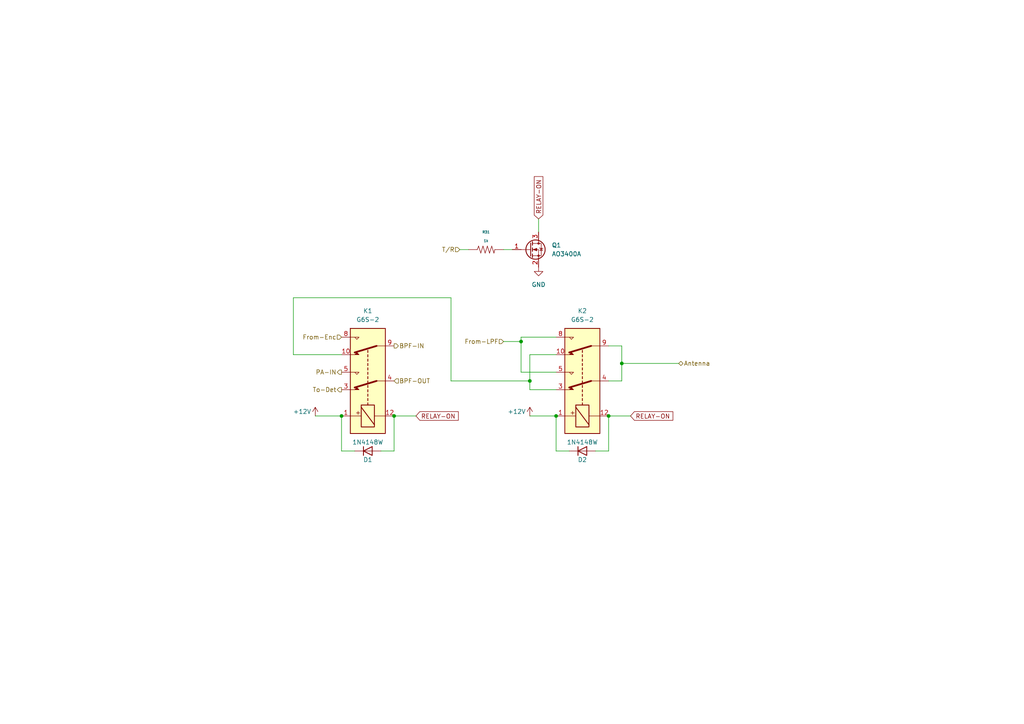
<source format=kicad_sch>
(kicad_sch (version 20230121) (generator eeschema)
  (paper "A4")
  (lib_symbols
    (symbol "Diode:1N4148W" (pin_numbers hide) (pin_names hide)
      (property "Reference" "D" (at 0 2.54 0))
      (property "Value" "1N4148W" (at 0 -2.54 0))
      (symbol "1N4148W_0_1"
        (polyline (pts (xy -1.27 1.27) (xy -1.27 -1.27)) (stroke (width 0.254)))
        (polyline (pts (xy 1.27 0) (xy -1.27 0)))
        (polyline (pts (xy 1.27 1.27) (xy 1.27 -1.27) (xy -1.27 0) (xy 1.27 1.27)) (stroke (width 0.254)))
      )
      (symbol "1N4148W_1_1"
        (pin passive line (at -3.81 0 0) (length 2.54) (name "K") (number "1"))
        (pin passive line (at 3.81 0 180) (length 2.54) (name "A") (number "2"))
      )
    )
    (symbol "Relay:G6S-2"
      (property "Reference" "K" (at 16.51 3.81 0))
      (property "Value" "G6S-2" (at 16.51 1.27 0))
      (symbol "G6S-2_0_0"
        (text "+" (at -9.271 2.921 0) (effects (font (size 1.27 1.27))))
      )
      (symbol "G6S-2_0_1"
        (rectangle (start -15.24 5.08) (end 15.24 -5.08) (stroke (width 0.254)) (fill (type background)))
        (rectangle (start -13.335 1.905) (end -6.985 -1.905) (stroke (width 0.254)))
        (polyline (pts (xy -12.7 -1.905) (xy -7.62 1.905)) (stroke (width 0.254)))
        (polyline (pts (xy -10.16 -5.08) (xy -10.16 -1.905)))
        (polyline (pts (xy -10.16 5.08) (xy -10.16 1.905)))
        (polyline (pts (xy -6.985 0) (xy -6.35 0)) (stroke (width 0.254)))
        (polyline (pts (xy -5.715 0) (xy -5.08 0)) (stroke (width 0.254)))
        (polyline (pts (xy -4.445 0) (xy -3.81 0)) (stroke (width 0.254)))
        (polyline (pts (xy -3.175 0) (xy -2.54 0)) (stroke (width 0.254)))
        (polyline (pts (xy -1.905 0) (xy -1.27 0)) (stroke (width 0.254)))
        (polyline (pts (xy -0.635 0) (xy 0 0)) (stroke (width 0.254)))
        (polyline (pts (xy 0 -2.54) (xy -1.905 3.81)) (stroke (width 0.508)))
        (polyline (pts (xy 0 -2.54) (xy 0 -5.08)))
        (polyline (pts (xy 0.635 0) (xy 1.27 0)) (stroke (width 0.254)))
        (polyline (pts (xy 1.905 0) (xy 2.54 0)) (stroke (width 0.254)))
        (polyline (pts (xy 3.175 0) (xy 3.81 0)) (stroke (width 0.254)))
        (polyline (pts (xy 4.445 0) (xy 5.08 0)) (stroke (width 0.254)))
        (polyline (pts (xy 5.715 0) (xy 6.35 0)) (stroke (width 0.254)))
        (polyline (pts (xy 6.985 0) (xy 7.62 0)) (stroke (width 0.254)))
        (polyline (pts (xy 8.255 0) (xy 8.89 0)) (stroke (width 0.254)))
        (polyline (pts (xy 10.16 -2.54) (xy 8.255 3.81)) (stroke (width 0.508)))
        (polyline (pts (xy 10.16 -2.54) (xy 10.16 -5.08)))
        (polyline (pts (xy -2.54 5.08) (xy -2.54 2.54) (xy -1.905 3.175) (xy -2.54 3.81)) (fill (type outline)))
        (polyline (pts (xy 2.54 5.08) (xy 2.54 2.54) (xy 1.905 3.175) (xy 2.54 3.81)))
        (polyline (pts (xy 7.62 5.08) (xy 7.62 2.54) (xy 8.255 3.175) (xy 7.62 3.81)) (fill (type outline)))
        (polyline (pts (xy 12.7 5.08) (xy 12.7 2.54) (xy 12.065 3.175) (xy 12.7 3.81)))
      )
      (symbol "G6S-2_1_1"
        (pin passive line (at -10.16 7.62 270) (length 2.54) (name "~") (number "1"))
        (pin passive line (at 7.62 7.62 270) (length 2.54) (name "~") (number "10"))
        (pin passive line (at -10.16 -7.62 90) (length 2.54) (name "~") (number "12"))
        (pin passive line (at -2.54 7.62 270) (length 2.54) (name "~") (number "3"))
        (pin passive line (at 0 -7.62 90) (length 2.54) (name "~") (number "4"))
        (pin passive line (at 2.54 7.62 270) (length 2.54) (name "~") (number "5"))
        (pin passive line (at 12.7 7.62 270) (length 2.54) (name "~") (number "8"))
        (pin passive line (at 10.16 -7.62 90) (length 2.54) (name "~") (number "9"))
      )
    )
    (symbol "Transistor_FET:AO3400A" (pin_names hide)
      (property "Reference" "Q" (at 5.08 1.905 0))
      (property "Value" "AO3400A" (at 5.08 0 0))
      (symbol "AO3400A_0_1"
        (polyline (pts (xy 0.254 0) (xy -2.54 0)))
        (polyline (pts (xy 0.254 1.905) (xy 0.254 -1.905)) (stroke (width 0.254)))
        (polyline (pts (xy 0.762 -1.27) (xy 0.762 -2.286)) (stroke (width 0.254)))
        (polyline (pts (xy 0.762 0.508) (xy 0.762 -0.508)) (stroke (width 0.254)))
        (polyline (pts (xy 0.762 2.286) (xy 0.762 1.27)) (stroke (width 0.254)))
        (polyline (pts (xy 2.54 2.54) (xy 2.54 1.778)))
        (polyline (pts (xy 2.54 -2.54) (xy 2.54 0) (xy 0.762 0)))
        (polyline (pts (xy 0.762 -1.778) (xy 3.302 -1.778) (xy 3.302 1.778) (xy 0.762 1.778)))
        (polyline (pts (xy 1.016 0) (xy 2.032 0.381) (xy 2.032 -0.381) (xy 1.016 0)) (fill (type outline)))
        (polyline (pts (xy 2.794 0.508) (xy 2.921 0.381) (xy 3.683 0.381) (xy 3.81 0.254)))
        (polyline (pts (xy 3.302 0.381) (xy 2.921 -0.254) (xy 3.683 -0.254) (xy 3.302 0.381)))
        (circle (center 1.651 0) (radius 2.794) (stroke (width 0.254)))
        (circle (center 2.54 -1.778) (radius 0.254) (fill (type outline)))
        (circle (center 2.54 1.778) (radius 0.254) (fill (type outline)))
      )
      (symbol "AO3400A_1_1"
        (pin input line (at -5.08 0 0) (length 2.54) (name "G") (number "1"))
        (pin passive line (at 2.54 -5.08 90) (length 2.54) (name "S") (number "2"))
        (pin passive line (at 2.54 5.08 270) (length 2.54) (name "D") (number "3"))
      )
    )
    (symbol "power:+12V" (power) (pin_names (offset 0))
      (property "Value" "+12V" (at 0 3.556 0))
      (symbol "+12V_0_1"
        (polyline (pts (xy -0.762 1.27) (xy 0 2.54)))
        (polyline (pts (xy 0 0) (xy 0 2.54)))
        (polyline (pts (xy 0 2.54) (xy 0.762 1.27)))
      )
      (symbol "+12V_1_1"
        (pin power_in line (at 0 0 90) (length 0) hide (name "+12V") (number "1"))
      )
    )
    (symbol "power:GND" (power) (pin_names (offset 0))
      (property "Value" "GND" (at 0 -3.81 0))
      (symbol "GND_0_1"
        (polyline (pts (xy 0 0) (xy 0 -1.27) (xy 1.27 -1.27) (xy 0 -2.54) (xy -1.27 -1.27) (xy 0 -1.27)))
      )
      (symbol "GND_1_1"
        (pin power_in line (at 0 0 270) (length 0) hide (name "GND") (number "1"))
      )
    )
    (symbol "xenir:Resistor" (pin_names (offset 1.016))
      (property "Reference" "R" (at 0 1.905 0))
      (property "Value" "Resistor" (at 0 -1.905 0))
      (symbol "Resistor_1_1"
        (polyline (pts (xy -2.54 0) (xy -2.159 1.016)))
        (polyline (pts (xy -2.159 1.016) (xy -1.524 -1.016)))
        (polyline (pts (xy -1.524 -1.016) (xy -0.889 1.016)))
        (polyline (pts (xy -0.889 1.016) (xy -0.254 -1.016)))
        (polyline (pts (xy -0.254 -1.016) (xy 0.381 1.016)))
        (polyline (pts (xy 0.381 1.016) (xy 1.016 -1.016)))
        (polyline (pts (xy 1.016 -1.016) (xy 1.651 1.016)))
        (polyline (pts (xy 1.651 1.016) (xy 2.286 -1.016)))
        (polyline (pts (xy 2.286 -1.016) (xy 2.54 0)))
        (pin passive line (at -5.08 0 0) (length 2.54) (name "1") (number "1"))
        (pin passive line (at 5.08 0 180) (length 2.54) (name "2") (number "2"))
      )
    )
  )
  (junction (at 99.06 120.65))
  (junction (at 180.34 105.41))
  (junction (at 151.13 99.06))
  (junction (at 161.29 120.65))
  (junction (at 176.53 120.65))
  (junction (at 114.3 120.65))
  (junction (at 153.67 110.49))
  (wire (pts (xy 176.53 120.65) (xy 182.88 120.65)))
  (wire (pts (xy 161.29 113.03) (xy 153.67 113.03)))
  (wire (pts (xy 85.09 86.36) (xy 85.09 102.87)))
  (wire (pts (xy 153.67 110.49) (xy 153.67 102.87)))
  (wire (pts (xy 130.81 86.36) (xy 85.09 86.36)))
  (wire (pts (xy 153.67 110.49) (xy 153.67 113.03)))
  (wire (pts (xy 146.05 72.39) (xy 148.59 72.39)))
  (wire (pts (xy 146.05 99.06) (xy 151.13 99.06)))
  (wire (pts (xy 151.13 107.95) (xy 161.29 107.95)))
  (wire (pts (xy 172.72 130.81) (xy 176.53 130.81)))
  (wire (pts (xy 153.67 120.65) (xy 161.29 120.65)))
  (wire (pts (xy 91.44 120.65) (xy 99.06 120.65)))
  (wire (pts (xy 180.34 110.49) (xy 180.34 105.41)))
  (wire (pts (xy 99.06 130.81) (xy 99.06 120.65)))
  (wire (pts (xy 151.13 99.06) (xy 151.13 97.79)))
  (wire (pts (xy 130.81 110.49) (xy 153.67 110.49)))
  (wire (pts (xy 110.49 130.81) (xy 114.3 130.81)))
  (wire (pts (xy 161.29 130.81) (xy 165.1 130.81)))
  (wire (pts (xy 114.3 120.65) (xy 120.65 120.65)))
  (wire (pts (xy 161.29 120.65) (xy 161.29 130.81)))
  (wire (pts (xy 85.09 102.87) (xy 99.06 102.87)))
  (wire (pts (xy 156.21 63.5) (xy 156.21 67.31)))
  (wire (pts (xy 176.53 110.49) (xy 180.34 110.49)))
  (wire (pts (xy 180.34 105.41) (xy 196.85 105.41)))
  (wire (pts (xy 176.53 100.33) (xy 180.34 100.33)))
  (wire (pts (xy 102.87 130.81) (xy 99.06 130.81)))
  (wire (pts (xy 114.3 130.81) (xy 114.3 120.65)))
  (wire (pts (xy 130.81 110.49) (xy 130.81 86.36)))
  (wire (pts (xy 151.13 99.06) (xy 151.13 107.95)))
  (wire (pts (xy 180.34 100.33) (xy 180.34 105.41)))
  (wire (pts (xy 133.35 72.39) (xy 135.89 72.39)))
  (wire (pts (xy 151.13 97.79) (xy 161.29 97.79)))
  (wire (pts (xy 153.67 102.87) (xy 161.29 102.87)))
  (wire (pts (xy 176.53 120.65) (xy 176.53 130.81)))
  (global_label "RELAY-ON" (shape input) (at 120.65 120.65 0) (property "Intersheetrefs" "${INTERSHEET_REFS}" (effects hide)))
  (global_label "RELAY-ON" (shape input) (at 156.21 63.5 90) (property "Intersheetrefs" "${INTERSHEET_REFS}" (effects hide)))
  (global_label "RELAY-ON" (shape input) (at 182.88 120.65 0) (property "Intersheetrefs" "${INTERSHEET_REFS}" (effects hide)))
  (hierarchical_label "BPF-OUT" (shape input) (at 114.3 110.49 0))
  (hierarchical_label "From-Enc" (shape input) (at 99.06 97.79 180))
  (hierarchical_label "From-LPF" (shape input) (at 146.05 99.06 180))
  (hierarchical_label "To-Det" (shape output) (at 99.06 113.03 180))
  (hierarchical_label "BPF-IN" (shape output) (at 114.3 100.33 0))
  (hierarchical_label "T{slash}R" (shape input) (at 133.35 72.39 180))
  (hierarchical_label "PA-IN" (shape output) (at 99.06 107.95 180))
  (hierarchical_label "Antenna" (shape bidirectional) (at 196.85 105.41 0))
  (symbol (lib_id "power:+12V") (at 91.44 120.65 0) (unit 1)
    (property "Reference" "#PWR0157" (effects hide))
    (property "Value" "+12V" (at 87.63 119.38 0))
  )
  (symbol (lib_id "power:GND") (at 156.21 77.47 0) (unit 1)
    (property "Reference" "#PWR0158" (effects hide))
    (property "Value" "GND" (at 156.21 82.55 0))
  )
  (symbol (lib_id "Diode:1N4148W") (at 168.91 130.81 0) (unit 1)
    (property "Reference" "D2" (at 168.91 133.35 0))
    (property "Value" "1N4148W" (at 168.91 128.27 0))
    (property "Footprint" "Diode_SMD:D_SOD-123" (effects hide))
    (property "Datasheet" "https://www.vishay.com/docs/85748/1n4148w.pdf" (effects hide))
  )
  (symbol (lib_id "Relay:G6S-2") (at 168.91 110.49 90) (unit 1)
    (property "Reference" "K2" (at 168.91 90.17 90))
    (property "Value" "G6S-2" (at 168.91 92.71 90))
    (property "Footprint" "Relay_THT:Relay_DPDT_Omron_G6S-2" (effects hide))
    (property "Datasheet" "http://omronfs.omron.com/en_US/ecb/products/pdf/en-g6s.pdf" (effects hide))
  )
  (symbol (lib_id "Relay:G6S-2") (at 106.68 110.49 90) (unit 1)
    (property "Reference" "K1" (at 106.68 90.17 90))
    (property "Value" "G6S-2" (at 106.68 92.71 90))
    (property "Footprint" "Relay_THT:Relay_DPDT_Omron_G6S-2" (effects hide))
    (property "Datasheet" "http://omronfs.omron.com/en_US/ecb/products/pdf/en-g6s.pdf" (effects hide))
  )
  (symbol (lib_id "xenir:Resistor") (at 140.97 72.39 0) (unit 1)
    (property "Reference" "R31" (at 140.97 67.31 0) (effects (font (size 0.7112 0.7112))))
    (property "Value" "1k" (at 140.97 69.85 0) (effects (font (size 0.7112 0.7112))))
    (property "Footprint" "Resistor_SMD:R_0805_2012Metric" (effects hide))
  )
  (symbol (lib_id "power:+12V") (at 153.67 120.65 0) (unit 1)
    (property "Reference" "#PWR0159" (effects hide))
    (property "Value" "+12V" (at 149.86 119.38 0))
  )
  (symbol (lib_id "Diode:1N4148W") (at 106.68 130.81 0) (unit 1)
    (property "Reference" "D1" (at 106.68 133.35 0))
    (property "Value" "1N4148W" (at 106.68 128.27 0))
    (property "Footprint" "Diode_SMD:D_SOD-123" (effects hide))
    (property "Datasheet" "https://www.vishay.com/docs/85748/1n4148w.pdf" (effects hide))
  )
  (symbol (lib_id "Transistor_FET:AO3400A") (at 153.67 72.39 0) (unit 1)
    (property "Reference" "Q1" (at 160.02 71.1199 0) (effects (justify left)))
    (property "Value" "AO3400A" (at 160.02 73.6599 0) (effects (justify left)))
    (property "Footprint" "Package_TO_SOT_SMD:SOT-23" (effects hide))
    (property "Datasheet" "http://www.aosmd.com/pdfs/datasheet/AO3400A.pdf" (effects hide))
  )
)
</source>
